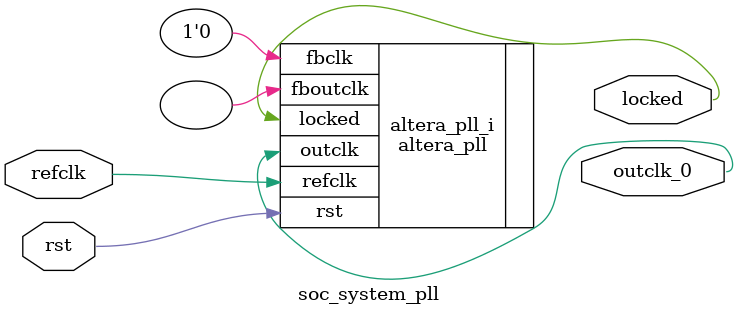
<source format=v>
`timescale 1ns/10ps
module  soc_system_pll(

	// interface 'refclk'
	input wire refclk,

	// interface 'reset'
	input wire rst,

	// interface 'outclk0'
	output wire outclk_0,

	// interface 'locked'
	output wire locked
);

	altera_pll #(
		.fractional_vco_multiplier("false"),
		.reference_clock_frequency("50.0 MHz"),
		.operation_mode("direct"),
		.number_of_clocks(1),
		.output_clock_frequency0("100.000000 MHz"),
		.phase_shift0("0 ps"),
		.duty_cycle0(50),
		.output_clock_frequency1("0 MHz"),
		.phase_shift1("0 ps"),
		.duty_cycle1(50),
		.output_clock_frequency2("0 MHz"),
		.phase_shift2("0 ps"),
		.duty_cycle2(50),
		.output_clock_frequency3("0 MHz"),
		.phase_shift3("0 ps"),
		.duty_cycle3(50),
		.output_clock_frequency4("0 MHz"),
		.phase_shift4("0 ps"),
		.duty_cycle4(50),
		.output_clock_frequency5("0 MHz"),
		.phase_shift5("0 ps"),
		.duty_cycle5(50),
		.output_clock_frequency6("0 MHz"),
		.phase_shift6("0 ps"),
		.duty_cycle6(50),
		.output_clock_frequency7("0 MHz"),
		.phase_shift7("0 ps"),
		.duty_cycle7(50),
		.output_clock_frequency8("0 MHz"),
		.phase_shift8("0 ps"),
		.duty_cycle8(50),
		.output_clock_frequency9("0 MHz"),
		.phase_shift9("0 ps"),
		.duty_cycle9(50),
		.output_clock_frequency10("0 MHz"),
		.phase_shift10("0 ps"),
		.duty_cycle10(50),
		.output_clock_frequency11("0 MHz"),
		.phase_shift11("0 ps"),
		.duty_cycle11(50),
		.output_clock_frequency12("0 MHz"),
		.phase_shift12("0 ps"),
		.duty_cycle12(50),
		.output_clock_frequency13("0 MHz"),
		.phase_shift13("0 ps"),
		.duty_cycle13(50),
		.output_clock_frequency14("0 MHz"),
		.phase_shift14("0 ps"),
		.duty_cycle14(50),
		.output_clock_frequency15("0 MHz"),
		.phase_shift15("0 ps"),
		.duty_cycle15(50),
		.output_clock_frequency16("0 MHz"),
		.phase_shift16("0 ps"),
		.duty_cycle16(50),
		.output_clock_frequency17("0 MHz"),
		.phase_shift17("0 ps"),
		.duty_cycle17(50),
		.pll_type("General"),
		.pll_subtype("General")
	) altera_pll_i (
		.rst	(rst),
		.outclk	({outclk_0}),
		.locked	(locked),
		.fboutclk	( ),
		.fbclk	(1'b0),
		.refclk	(refclk)
	);
endmodule


</source>
